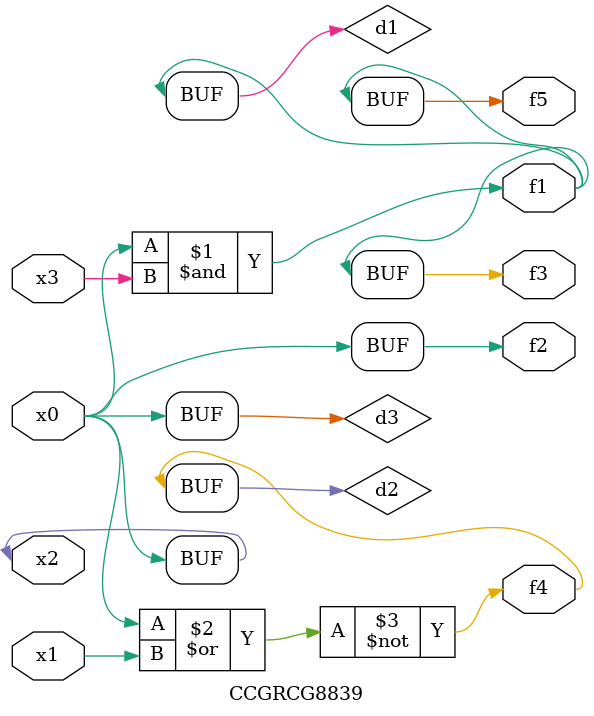
<source format=v>
module CCGRCG8839(
	input x0, x1, x2, x3,
	output f1, f2, f3, f4, f5
);

	wire d1, d2, d3;

	and (d1, x2, x3);
	nor (d2, x0, x1);
	buf (d3, x0, x2);
	assign f1 = d1;
	assign f2 = d3;
	assign f3 = d1;
	assign f4 = d2;
	assign f5 = d1;
endmodule

</source>
